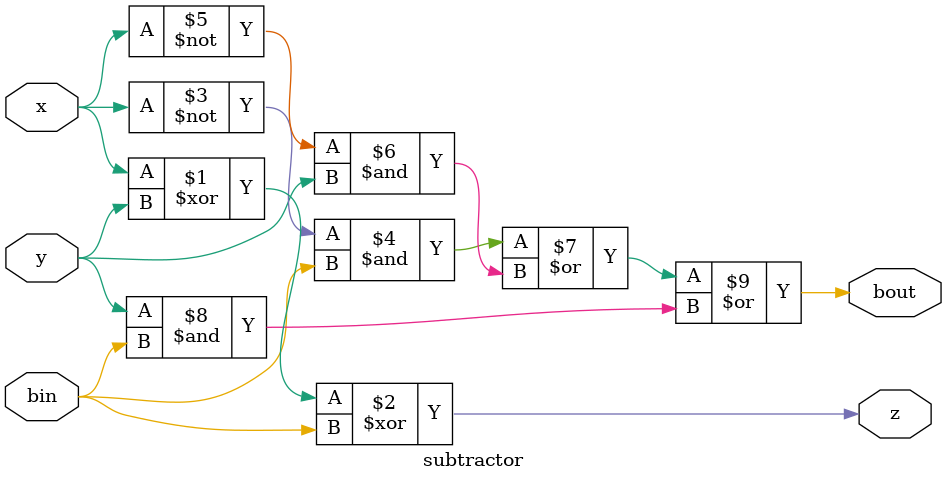
<source format=v>
module subtractor ( x, y, bin, z, bout);
	input x;
	input y;
	input bin;
	output z;
	output bout; 
	
	//Ripple borrow subtractor logical equations
	assign z = x ^ y ^ bin;
	assign bout = (~x & bin) | (~x & y) | (y & bin);
endmodule 
</source>
